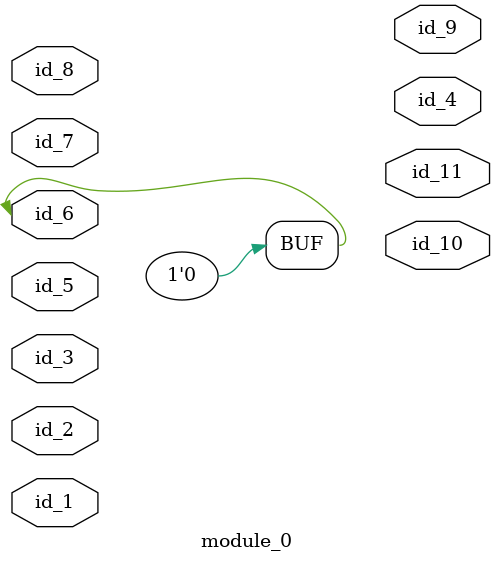
<source format=v>
module module_0 (
    id_1,
    id_2,
    id_3,
    id_4,
    id_5,
    id_6,
    id_7,
    id_8,
    id_9,
    id_10,
    id_11
);
  output id_11;
  output id_10;
  output id_9;
  input id_8;
  input id_7;
  inout id_6;
  inout id_5;
  output id_4;
  inout id_3;
  input id_2;
  inout id_1;
  assign id_6 = 1'b0;
endmodule

</source>
